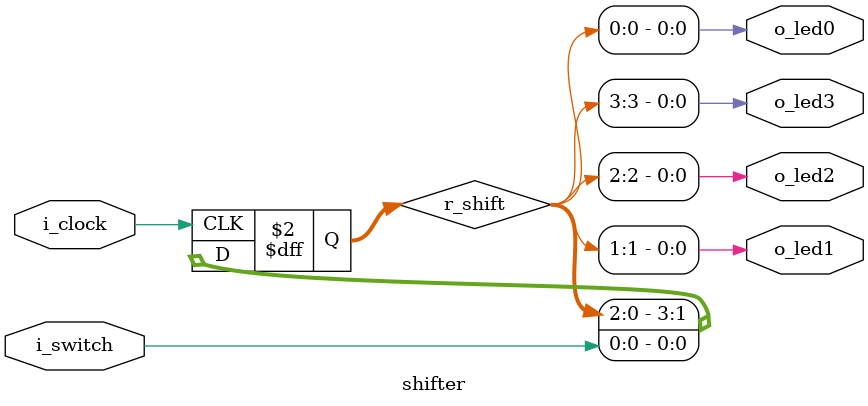
<source format=v>
module shifter(
    input i_clock,
    input i_switch,
    output o_led0,
    output o_led1,
    output o_led2,
    output o_led3
);

reg [3:0] r_shift;
always @(posedge i_clock) begin
    r_shift[3:1] <= r_shift[2:0];
    r_shift[0] <= i_switch;
end
assign o_led0 = r_shift[0];
assign o_led1 = r_shift[1];
assign o_led2 = r_shift[2];
assign o_led3 = r_shift[3];

endmodule
</source>
